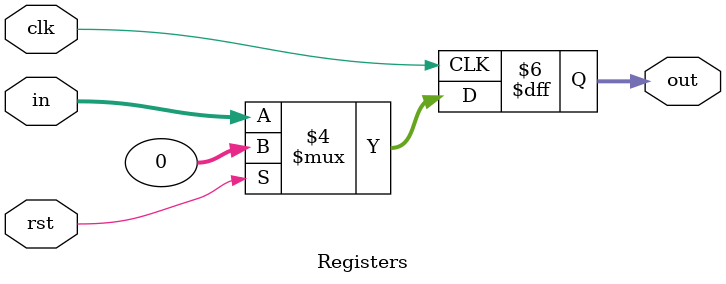
<source format=v>
module Registers  (
    input clk,
    input rst,
    input [31:0] in,
    output reg [31:0]  out
);
  
always @(posedge clk )
begin

    if(rst == 1'b1)
    begin
        out=0;
    end
    else 
    begin
        out=in;
    end
end
endmodule

</source>
